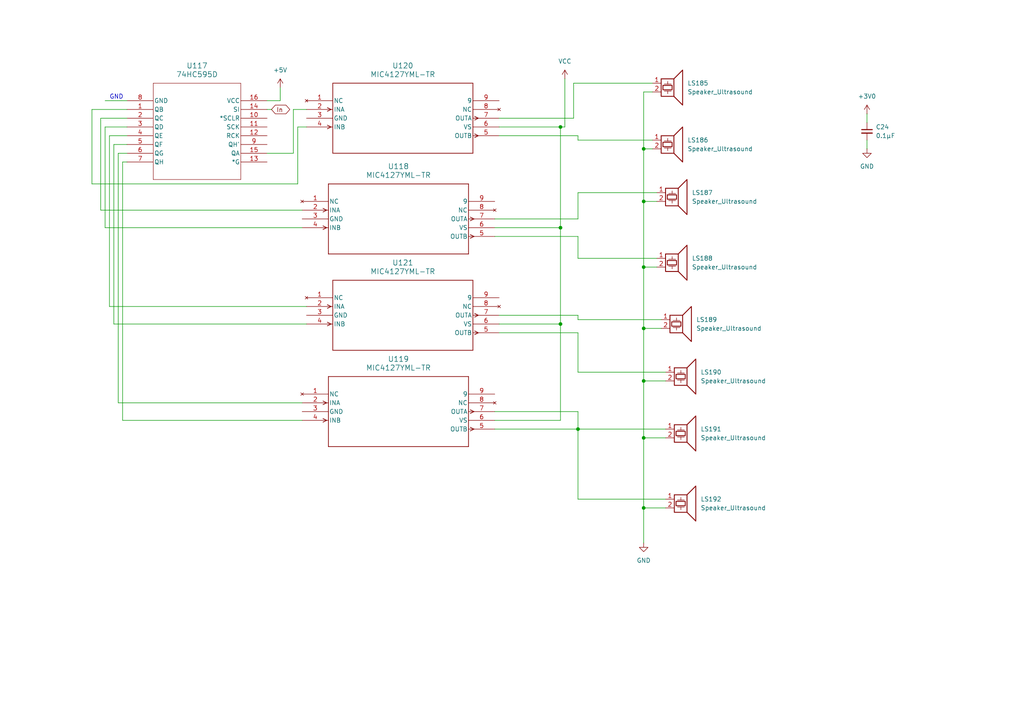
<source format=kicad_sch>
(kicad_sch (version 20250114) (generator "eeschema") (generator_version "9.0")
  (paper "A4")
  (lib_symbols
    (symbol "2025-12-28_09-02-17:MIC4127YML-TR" (pin_names (offset 0.254))
      (property "Reference" "U" (at 27.94 10.16 0))
      (property "Value" "MIC4127YML-TR" (at 27.94 7.62 0))
      (symbol "MIC4127YML-TR_0_1"
        (polyline (pts (xy 7.0993 -2.54) (xy 6.0579 -2.0193)) (stroke (width 0.2032)))
        (polyline (pts (xy 7.0993 -2.54) (xy 6.0579 -3.0607)) (stroke (width 0.2032)))
        (polyline (pts (xy 7.0993 -7.62) (xy 6.0579 -7.0993)) (stroke (width 0.2032)))
        (polyline (pts (xy 7.0993 -7.62) (xy 6.0579 -8.1407)) (stroke (width 0.2032)))
        (polyline (pts (xy 7.62 5.08) (xy 7.62 -15.24)) (stroke (width 0.2032)))
        (polyline (pts (xy 7.62 -15.24) (xy 48.26 -15.24)) (stroke (width 0.2032)))
        (polyline (pts (xy 48.26 5.08) (xy 7.62 5.08)) (stroke (width 0.2032)))
        (polyline (pts (xy 48.26 -15.24) (xy 48.26 5.08)) (stroke (width 0.2032)))
        (polyline (pts (xy 48.7807 -4.5593) (xy 49.8221 -5.08)) (stroke (width 0.2032)))
        (polyline (pts (xy 48.7807 -5.6007) (xy 49.8221 -5.08)) (stroke (width 0.2032)))
        (polyline (pts (xy 48.7807 -9.6393) (xy 49.8221 -10.16)) (stroke (width 0.2032)))
        (polyline (pts (xy 48.7807 -10.6807) (xy 49.8221 -10.16)) (stroke (width 0.2032)))
        (pin no_connect line (at 0 0 0) (length 7.62) (name "NC") (number "1"))
        (pin input line (at 0 -2.54 0) (length 7.62) (name "INA") (number "2"))
        (pin power_in line (at 0 -5.08 0) (length 7.62) (name "GND") (number "3"))
        (pin input line (at 0 -7.62 0) (length 7.62) (name "INB") (number "4"))
        (pin unspecified line (at 55.88 0 180) (length 7.62) (name "9") (number "9"))
        (pin no_connect line (at 55.88 -2.54 180) (length 7.62) (name "NC") (number "8"))
        (pin output line (at 55.88 -5.08 180) (length 7.62) (name "OUTA") (number "7"))
        (pin power_in line (at 55.88 -7.62 180) (length 7.62) (name "VS") (number "6"))
        (pin output line (at 55.88 -10.16 180) (length 7.62) (name "OUTB") (number "5"))
      )
    )
    (symbol "2025-12-28_09-22-42:74HC595D" (pin_names (offset 0.254))
      (property "Reference" "U" (at 20.32 10.16 0))
      (property "Value" "74HC595D" (at 20.32 7.62 0))
      (symbol "74HC595D_0_1"
        (polyline (pts (xy 7.62 5.08) (xy 7.62 -22.86)) (stroke (width 0.127)))
        (polyline (pts (xy 7.62 -22.86) (xy 33.02 -22.86)) (stroke (width 0.127)))
        (polyline (pts (xy 33.02 5.08) (xy 7.62 5.08)) (stroke (width 0.127)))
        (polyline (pts (xy 33.02 -22.86) (xy 33.02 5.08)) (stroke (width 0.127)))
        (pin power_out line (at 0 0 0) (length 7.62) (name "GND") (number "8"))
        (pin output line (at 0 -2.54 0) (length 7.62) (name "QB") (number "1"))
        (pin output line (at 0 -5.08 0) (length 7.62) (name "QC") (number "2"))
        (pin output line (at 0 -7.62 0) (length 7.62) (name "QD") (number "3"))
        (pin output line (at 0 -10.16 0) (length 7.62) (name "QE") (number "4"))
        (pin output line (at 0 -12.7 0) (length 7.62) (name "QF") (number "5"))
        (pin output line (at 0 -15.24 0) (length 7.62) (name "QG") (number "6"))
        (pin output line (at 0 -17.78 0) (length 7.62) (name "QH") (number "7"))
        (pin power_in line (at 40.64 0 180) (length 7.62) (name "VCC") (number "16"))
        (pin input line (at 40.64 -2.54 180) (length 7.62) (name "SI") (number "14"))
        (pin input line (at 40.64 -5.08 180) (length 7.62) (name "*SCLR") (number "10"))
        (pin input line (at 40.64 -7.62 180) (length 7.62) (name "SCK") (number "11"))
        (pin input line (at 40.64 -10.16 180) (length 7.62) (name "RCK") (number "12"))
        (pin output line (at 40.64 -12.7 180) (length 7.62) (name "QH'") (number "9"))
        (pin output line (at 40.64 -15.24 180) (length 7.62) (name "QA") (number "15"))
        (pin input line (at 40.64 -17.78 180) (length 7.62) (name "*G") (number "13"))
      )
    )
    (symbol "Device:C_Small" (pin_numbers (hide yes)) (pin_names (offset 0.254) (hide yes))
      (property "Reference" "C" (at 0.254 1.778 0))
      (property "Value" "C_Small" (at 0.254 -2.032 0))
      (symbol "C_Small_0_1"
        (polyline (pts (xy -1.524 0.508) (xy 1.524 0.508)) (stroke (width 0.3048)))
        (polyline (pts (xy -1.524 -0.508) (xy 1.524 -0.508)) (stroke (width 0.3302)))
      )
      (symbol "C_Small_1_1"
        (pin passive line (at 0 2.54 270) (length 2.032) (name "~") (number "1"))
        (pin passive line (at 0 -2.54 90) (length 2.032) (name "~") (number "2"))
      )
    )
    (symbol "Device:Speaker_Ultrasound" (pin_names (offset 0) (hide yes))
      (property "Reference" "LS" (at 0.635 5.715 0))
      (property "Value" "Speaker_Ultrasound" (at 0.635 3.81 0))
      (symbol "Speaker_Ultrasound_0_0"
        (rectangle (start -2.54 1.27) (end 1.143 -3.81) (stroke (width 0.254)))
        (rectangle (start -2.032 -0.635) (end 0.635 -1.905) (stroke (width 0.254)))
        (polyline (pts (xy -1.651 -0.254) (xy 0.381 -0.254)))
        (polyline (pts (xy -1.651 -2.286) (xy 0.381 -2.286)))
        (polyline (pts (xy -0.635 -0.254) (xy -0.635 0.508)))
        (polyline (pts (xy -0.635 -2.286) (xy -0.635 -3.048)))
        (polyline (pts (xy 1.143 1.27) (xy 3.683 3.81) (xy 3.683 -6.35) (xy 1.143 -3.81)) (stroke (width 0.254)))
      )
      (symbol "Speaker_Ultrasound_1_1"
        (pin input line (at -5.08 0 0) (length 2.54) (name "1") (number "1"))
        (pin input line (at -5.08 -2.54 0) (length 2.54) (name "2") (number "2"))
      )
    )
    (symbol "power:+3V0" (power) (pin_numbers (hide yes)) (pin_names (offset 0) (hide yes))
      (property "Value" "+3V0" (at 0 3.556 0))
      (symbol "+3V0_0_1"
        (polyline (pts (xy -0.762 1.27) (xy 0 2.54)))
        (polyline (pts (xy 0 2.54) (xy 0.762 1.27)))
        (polyline (pts (xy 0 0) (xy 0 2.54)))
      )
      (symbol "+3V0_1_1"
        (pin power_in line (at 0 0 90) (length 0) (name "~") (number "1"))
      )
    )
    (symbol "power:+5V" (power) (pin_numbers (hide yes)) (pin_names (offset 0) (hide yes))
      (property "Value" "+5V" (at 0 3.556 0))
      (symbol "+5V_0_1"
        (polyline (pts (xy -0.762 1.27) (xy 0 2.54)))
        (polyline (pts (xy 0 2.54) (xy 0.762 1.27)))
        (polyline (pts (xy 0 0) (xy 0 2.54)))
      )
      (symbol "+5V_1_1"
        (pin power_in line (at 0 0 90) (length 0) (name "~") (number "1"))
      )
    )
    (symbol "power:GND" (power) (pin_numbers (hide yes)) (pin_names (offset 0) (hide yes))
      (property "Value" "GND" (at 0 -3.81 0))
      (symbol "GND_0_1"
        (polyline (pts (xy 0 0) (xy 0 -1.27) (xy 1.27 -1.27) (xy 0 -2.54) (xy -1.27 -1.27) (xy 0 -1.27)))
      )
      (symbol "GND_1_1"
        (pin power_in line (at 0 0 270) (length 0) (name "~") (number "1"))
      )
    )
    (symbol "power:VCC" (power) (pin_numbers (hide yes)) (pin_names (offset 0) (hide yes))
      (property "Value" "VCC" (at 0 3.556 0))
      (symbol "VCC_0_1"
        (polyline (pts (xy -0.762 1.27) (xy 0 2.54)))
        (polyline (pts (xy 0 2.54) (xy 0.762 1.27)))
        (polyline (pts (xy 0 0) (xy 0 2.54)))
      )
      (symbol "VCC_1_1"
        (pin power_in line (at 0 0 90) (length 0) (name "~") (number "1"))
      )
    )
  )
  (text "GND" (at 33.782 28.194 0) (effects (font (size 1.27 1.27))))
  (junction (at 186.69 110.49))
  (junction (at 186.69 43.18))
  (junction (at 162.56 93.98))
  (junction (at 186.69 127))
  (junction (at 162.56 36.83))
  (junction (at 186.69 95.25))
  (junction (at 186.69 77.47))
  (junction (at 167.64 124.46))
  (junction (at 162.56 66.04))
  (junction (at 186.69 58.42))
  (junction (at 186.69 147.32))
  (wire (pts (xy 144.78 91.44) (xy 167.64 91.44)))
  (wire (pts (xy 167.64 63.5) (xy 167.64 55.88)))
  (wire (pts (xy 167.64 40.64) (xy 189.23 40.64)))
  (wire (pts (xy 186.69 26.67) (xy 186.69 43.18)))
  (wire (pts (xy 144.78 96.52) (xy 167.64 96.52)))
  (wire (pts (xy 77.47 29.21) (xy 81.28 29.21)))
  (wire (pts (xy 33.02 93.98) (xy 88.9 93.98)))
  (wire (pts (xy 251.46 40.64) (xy 251.46 43.18)))
  (wire (pts (xy 34.29 116.84) (xy 87.63 116.84)))
  (wire (pts (xy 186.69 58.42) (xy 190.5 58.42)))
  (wire (pts (xy 167.64 68.58) (xy 167.64 74.93)))
  (wire (pts (xy 86.36 53.34) (xy 86.36 36.83)))
  (wire (pts (xy 77.47 44.45) (xy 85.09 44.45)))
  (wire (pts (xy 167.64 39.37) (xy 167.64 40.64)))
  (wire (pts (xy 81.28 25.4) (xy 81.28 29.21)))
  (wire (pts (xy 167.64 74.93) (xy 190.5 74.93)))
  (wire (pts (xy 36.83 46.99) (xy 35.56 46.99)))
  (wire (pts (xy 167.64 107.95) (xy 193.04 107.95)))
  (wire (pts (xy 167.64 91.44) (xy 167.64 92.71)))
  (wire (pts (xy 143.51 66.04) (xy 162.56 66.04)))
  (wire (pts (xy 186.69 110.49) (xy 186.69 127)))
  (wire (pts (xy 36.83 41.91) (xy 33.02 41.91)))
  (wire (pts (xy 144.78 93.98) (xy 162.56 93.98)))
  (wire (pts (xy 35.56 121.92) (xy 87.63 121.92)))
  (wire (pts (xy 35.56 46.99) (xy 35.56 121.92)))
  (wire (pts (xy 77.47 31.75) (xy 78.74 31.75)))
  (wire (pts (xy 33.02 41.91) (xy 33.02 93.98)))
  (wire (pts (xy 162.56 36.83) (xy 163.83 36.83)))
  (wire (pts (xy 186.69 110.49) (xy 193.04 110.49)))
  (wire (pts (xy 30.48 66.04) (xy 87.63 66.04)))
  (wire (pts (xy 186.69 127) (xy 193.04 127)))
  (wire (pts (xy 143.51 124.46) (xy 167.64 124.46)))
  (wire (pts (xy 86.36 36.83) (xy 88.9 36.83)))
  (wire (pts (xy 166.37 34.29) (xy 166.37 24.13)))
  (wire (pts (xy 36.83 39.37) (xy 31.75 39.37)))
  (wire (pts (xy 36.83 36.83) (xy 30.48 36.83)))
  (wire (pts (xy 193.04 147.32) (xy 186.69 147.32)))
  (wire (pts (xy 85.09 44.45) (xy 85.09 31.75)))
  (wire (pts (xy 167.64 119.38) (xy 167.64 124.46)))
  (wire (pts (xy 36.83 44.45) (xy 34.29 44.45)))
  (wire (pts (xy 26.67 53.34) (xy 86.36 53.34)))
  (wire (pts (xy 167.64 124.46) (xy 193.04 124.46)))
  (wire (pts (xy 186.69 58.42) (xy 186.69 77.47)))
  (wire (pts (xy 31.75 88.9) (xy 88.9 88.9)))
  (wire (pts (xy 186.69 77.47) (xy 190.5 77.47)))
  (wire (pts (xy 143.51 63.5) (xy 167.64 63.5)))
  (wire (pts (xy 189.23 26.67) (xy 186.69 26.67)))
  (wire (pts (xy 30.48 29.21) (xy 36.83 29.21)))
  (wire (pts (xy 143.51 119.38) (xy 167.64 119.38)))
  (wire (pts (xy 186.69 43.18) (xy 189.23 43.18)))
  (wire (pts (xy 186.69 127) (xy 186.69 147.32)))
  (wire (pts (xy 29.21 60.96) (xy 87.63 60.96)))
  (wire (pts (xy 143.51 121.92) (xy 162.56 121.92)))
  (wire (pts (xy 166.37 24.13) (xy 189.23 24.13)))
  (wire (pts (xy 143.51 68.58) (xy 167.64 68.58)))
  (wire (pts (xy 26.67 31.75) (xy 26.67 53.34)))
  (wire (pts (xy 31.75 39.37) (xy 31.75 88.9)))
  (wire (pts (xy 144.78 34.29) (xy 166.37 34.29)))
  (wire (pts (xy 186.69 147.32) (xy 186.69 157.48)))
  (wire (pts (xy 167.64 92.71) (xy 191.77 92.71)))
  (wire (pts (xy 30.48 36.83) (xy 30.48 66.04)))
  (wire (pts (xy 167.64 55.88) (xy 190.5 55.88)))
  (wire (pts (xy 163.83 22.86) (xy 163.83 36.83)))
  (wire (pts (xy 186.69 95.25) (xy 186.69 110.49)))
  (wire (pts (xy 36.83 34.29) (xy 29.21 34.29)))
  (wire (pts (xy 162.56 66.04) (xy 162.56 93.98)))
  (wire (pts (xy 144.78 36.83) (xy 162.56 36.83)))
  (wire (pts (xy 186.69 95.25) (xy 191.77 95.25)))
  (wire (pts (xy 162.56 93.98) (xy 162.56 121.92)))
  (wire (pts (xy 167.64 96.52) (xy 167.64 107.95)))
  (wire (pts (xy 167.64 124.46) (xy 167.64 144.78)))
  (wire (pts (xy 144.78 39.37) (xy 167.64 39.37)))
  (wire (pts (xy 186.69 77.47) (xy 186.69 95.25)))
  (wire (pts (xy 36.83 31.75) (xy 26.67 31.75)))
  (wire (pts (xy 85.09 31.75) (xy 88.9 31.75)))
  (wire (pts (xy 29.21 34.29) (xy 29.21 60.96)))
  (wire (pts (xy 251.46 33.02) (xy 251.46 35.56)))
  (wire (pts (xy 167.64 144.78) (xy 193.04 144.78)))
  (wire (pts (xy 162.56 36.83) (xy 162.56 66.04)))
  (wire (pts (xy 186.69 43.18) (xy 186.69 58.42)))
  (wire (pts (xy 34.29 44.45) (xy 34.29 116.84)))
  (global_label "In" (shape bidirectional) (at 78.74 31.75 0) (property "Intersheetrefs" "${INTERSHEET_REFS}" (effects (hide yes))))
  (symbol (lib_id "Device:Speaker_Ultrasound") (at 198.12 107.95 0) (unit 1)
    (property "Reference" "LS190" (at 203.2 107.9499 0) (effects (justify left)))
    (property "Value" "Speaker_Ultrasound" (at 203.2 110.4899 0) (effects (justify left)))
    (property "Description" "Ultrasonic transducer" (effects (hide yes)))
  )
  (symbol (lib_id "2025-12-28_09-02-17:MIC4127YML-TR") (at 87.63 58.42 0) (unit 1)
    (property "Reference" "U118" (at 115.57 48.26 0) (effects (font (size 1.524 1.524))))
    (property "Value" "MIC4127YML-TR" (at 115.57 50.8 0) (effects (font (size 1.524 1.524))))
    (property "Footprint" "MLF-8_ML_MCH" (effects (hide yes)))
    (property "Datasheet" "MIC4127YML-TR" (effects (hide yes)))
  )
  (symbol (lib_id "power:GND") (at 186.69 157.48 0) (unit 1)
    (property "Reference" "#PWR0118" (effects (hide yes)))
    (property "Value" "GND" (at 186.69 162.56 0))
    (property "Description" "Power symbol creates a global label with name \"GND\" , ground" (effects (hide yes)))
  )
  (symbol (lib_id "2025-12-28_09-22-42:74HC595D") (at 36.83 29.21 0) (unit 1)
    (property "Reference" "U117" (at 57.15 19.05 0) (effects (font (size 1.524 1.524))))
    (property "Value" "74HC595D" (at 57.15 21.59 0) (effects (font (size 1.524 1.524))))
    (property "Footprint" "SOIC16_TOS" (effects (hide yes)))
    (property "Datasheet" "https://toshiba.semicon-storage.com/info/docget.jsp?did=36768&prodName=74HC595D" (effects (hide yes)))
  )
  (symbol (lib_id "2025-12-28_09-02-17:MIC4127YML-TR") (at 87.63 114.3 0) (unit 1)
    (property "Reference" "U119" (at 115.57 104.14 0) (effects (font (size 1.524 1.524))))
    (property "Value" "MIC4127YML-TR" (at 115.57 106.68 0) (effects (font (size 1.524 1.524))))
    (property "Footprint" "MLF-8_ML_MCH" (effects (hide yes)))
    (property "Datasheet" "MIC4127YML-TR" (effects (hide yes)))
  )
  (symbol (lib_id "power:VCC") (at 163.83 22.86 0) (unit 1)
    (property "Reference" "#PWR0117" (effects (hide yes)))
    (property "Value" "VCC" (at 163.83 17.78 0))
    (property "Description" "Power symbol creates a global label with name \"VCC\"" (effects (hide yes)))
  )
  (symbol (lib_id "Device:Speaker_Ultrasound") (at 198.12 124.46 0) (unit 1)
    (property "Reference" "LS191" (at 203.2 124.4599 0) (effects (justify left)))
    (property "Value" "Speaker_Ultrasound" (at 203.2 126.9999 0) (effects (justify left)))
    (property "Description" "Ultrasonic transducer" (effects (hide yes)))
  )
  (symbol (lib_id "Device:Speaker_Ultrasound") (at 198.12 144.78 0) (unit 1)
    (property "Reference" "LS192" (at 203.2 144.7799 0) (effects (justify left)))
    (property "Value" "Speaker_Ultrasound" (at 203.2 147.3199 0) (effects (justify left)))
    (property "Description" "Ultrasonic transducer" (effects (hide yes)))
  )
  (symbol (lib_id "Device:Speaker_Ultrasound") (at 196.85 92.71 0) (unit 1)
    (property "Reference" "LS189" (at 201.93 92.7099 0) (effects (justify left)))
    (property "Value" "Speaker_Ultrasound" (at 201.93 95.2499 0) (effects (justify left)))
    (property "Description" "Ultrasonic transducer" (effects (hide yes)))
  )
  (symbol (lib_id "power:+5V") (at 81.28 25.4 0) (unit 1)
    (property "Reference" "#PWR0116" (effects (hide yes)))
    (property "Value" "+5V" (at 81.28 20.32 0))
    (property "Description" "Power symbol creates a global label with name \"+5V\"" (effects (hide yes)))
  )
  (symbol (lib_id "Device:Speaker_Ultrasound") (at 194.31 40.64 0) (unit 1)
    (property "Reference" "LS186" (at 199.39 40.6399 0) (effects (justify left)))
    (property "Value" "Speaker_Ultrasound" (at 199.39 43.1799 0) (effects (justify left)))
    (property "Description" "Ultrasonic transducer" (effects (hide yes)))
  )
  (symbol (lib_id "power:GND") (at 251.46 43.18 0) (unit 1)
    (property "Reference" "#PWR0120" (effects (hide yes)))
    (property "Value" "GND" (at 251.46 48.26 0))
    (property "Description" "Power symbol creates a global label with name \"GND\" , ground" (effects (hide yes)))
  )
  (symbol (lib_id "2025-12-28_09-02-17:MIC4127YML-TR") (at 88.9 29.21 0) (unit 1)
    (property "Reference" "U120" (at 116.84 19.05 0) (effects (font (size 1.524 1.524))))
    (property "Value" "MIC4127YML-TR" (at 116.84 21.59 0) (effects (font (size 1.524 1.524))))
    (property "Footprint" "MLF-8_ML_MCH" (effects (hide yes)))
    (property "Datasheet" "MIC4127YML-TR" (effects (hide yes)))
  )
  (symbol (lib_id "power:+3V0") (at 251.46 33.02 0) (unit 1)
    (property "Reference" "#PWR0119" (effects (hide yes)))
    (property "Value" "+3V0" (at 251.46 27.94 0))
    (property "Description" "Power symbol creates a global label with name \"+3V0\"" (effects (hide yes)))
  )
  (symbol (lib_id "Device:Speaker_Ultrasound") (at 195.58 74.93 0) (unit 1)
    (property "Reference" "LS188" (at 200.66 74.9299 0) (effects (justify left)))
    (property "Value" "Speaker_Ultrasound" (at 200.66 77.4699 0) (effects (justify left)))
    (property "Description" "Ultrasonic transducer" (effects (hide yes)))
  )
  (symbol (lib_id "Device:Speaker_Ultrasound") (at 195.58 55.88 0) (unit 1)
    (property "Reference" "LS187" (at 200.66 55.8799 0) (effects (justify left)))
    (property "Value" "Speaker_Ultrasound" (at 200.66 58.4199 0) (effects (justify left)))
    (property "Description" "Ultrasonic transducer" (effects (hide yes)))
  )
  (symbol (lib_id "Device:Speaker_Ultrasound") (at 194.31 24.13 0) (unit 1)
    (property "Reference" "LS185" (at 199.39 24.1299 0) (effects (justify left)))
    (property "Value" "Speaker_Ultrasound" (at 199.39 26.6699 0) (effects (justify left)))
    (property "Description" "Ultrasonic transducer" (effects (hide yes)))
  )
  (symbol (lib_id "2025-12-28_09-02-17:MIC4127YML-TR") (at 88.9 86.36 0) (unit 1)
    (property "Reference" "U121" (at 116.84 76.2 0) (effects (font (size 1.524 1.524))))
    (property "Value" "MIC4127YML-TR" (at 116.84 78.74 0) (effects (font (size 1.524 1.524))))
    (property "Footprint" "MLF-8_ML_MCH" (effects (hide yes)))
    (property "Datasheet" "MIC4127YML-TR" (effects (hide yes)))
  )
  (symbol (lib_id "Device:C_Small") (at 251.46 38.1 0) (unit 1)
    (property "Reference" "C24" (at 254 36.8362 0) (effects (justify left)))
    (property "Value" "0.1μF" (at 254 39.3762 0) (effects (justify left)))
    (property "Description" "Unpolarized capacitor, small symbol" (effects (hide yes)))
  )
)
</source>
